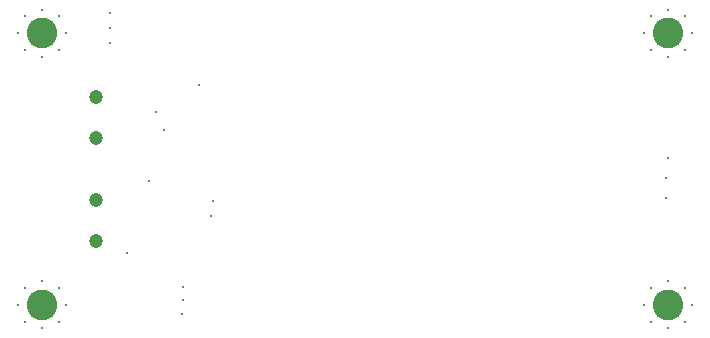
<source format=gbr>
%TF.GenerationSoftware,Altium Limited,Altium Designer,22.11.1 (43)*%
G04 Layer_Color=0*
%FSLAX45Y45*%
%MOMM*%
%TF.SameCoordinates,F25CF00E-CD35-404E-9013-36C82019CF52*%
%TF.FilePolarity,Positive*%
%TF.FileFunction,Plated,1,2,PTH,Drill*%
%TF.Part,Single*%
G01*
G75*
%TA.AperFunction,ComponentDrill*%
%ADD67C,1.20000*%
%ADD68C,2.60000*%
%TA.AperFunction,ViaDrill,NotFilled*%
%ADD69C,0.25000*%
D67*
X805180Y2110220D02*
D03*
Y1760220D02*
D03*
Y889520D02*
D03*
Y1239520D02*
D03*
D68*
X5650000Y350000D02*
D03*
X350000Y2650000D02*
D03*
X5650000D02*
D03*
X350000Y350000D02*
D03*
D69*
X1678940Y2214880D02*
D03*
X1798320Y1226820D02*
D03*
X1536700Y274320D02*
D03*
X1541780Y391160D02*
D03*
Y500380D02*
D03*
X5648960Y1592580D02*
D03*
X5633720Y1424940D02*
D03*
Y1257300D02*
D03*
X1259840Y1394460D02*
D03*
X1783080Y1102360D02*
D03*
X929640Y2562860D02*
D03*
Y2692400D02*
D03*
Y2816860D02*
D03*
X1069340Y784860D02*
D03*
X1381760Y1831340D02*
D03*
X1315720Y1983740D02*
D03*
X5791420Y491420D02*
D03*
X5850000Y350000D02*
D03*
X5650000Y550000D02*
D03*
X5791420Y208580D02*
D03*
X5650000Y150000D02*
D03*
X5508580Y491420D02*
D03*
X5450000Y350000D02*
D03*
X5508580Y208580D02*
D03*
X350000Y2850000D02*
D03*
X550000Y2650000D02*
D03*
X350000Y2450000D02*
D03*
X150000Y2650000D02*
D03*
X208580Y2791420D02*
D03*
X491420D02*
D03*
Y2508580D02*
D03*
X208580D02*
D03*
X5650000Y2850000D02*
D03*
X5850000Y2650000D02*
D03*
X5650000Y2450000D02*
D03*
X5450000Y2650000D02*
D03*
X5508580Y2791420D02*
D03*
X5791420D02*
D03*
Y2508580D02*
D03*
X5508580D02*
D03*
X350000Y550000D02*
D03*
X550000Y350000D02*
D03*
X350000Y150000D02*
D03*
X150000Y350000D02*
D03*
X208580Y491420D02*
D03*
X491420D02*
D03*
Y208580D02*
D03*
X208580D02*
D03*
%TF.MD5,8af24534b0f495e2e30cf17022142cce*%
M02*

</source>
